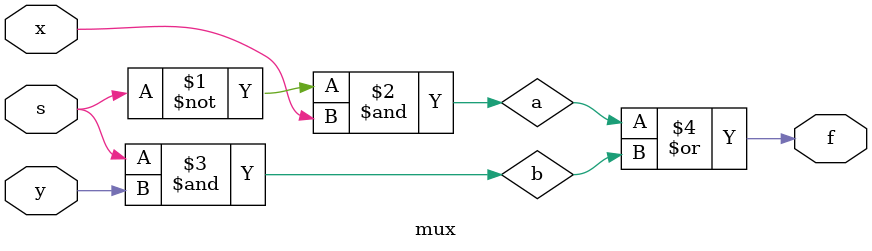
<source format=v>
module mux(input x,y,s, output f);
and(a,~s,x);
and(b,s,y);
or(f,a,b);
endmodule

</source>
